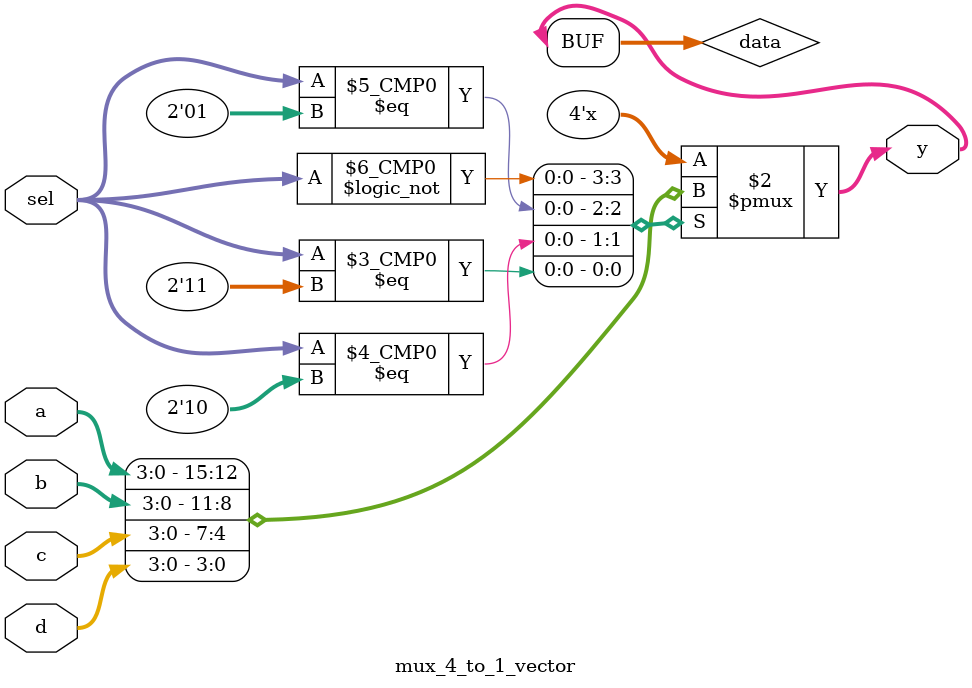
<source format=v>
`timescale 1ns / 1ps
module mux_4_to_1_vector#(parameter SIZE = 4 , DELAY = 3)(
    input wire [SIZE-1:0] a,
    input wire [SIZE-1:0] b,
    input wire [SIZE-1:0] c,
    input wire [SIZE-1:0] d,
    input wire [1:0] sel,
    output wire [SIZE-1:0] y
    );
    reg [SIZE-1:0] data;
    
    always @(*) begin
        case(sel)
            2'b00 : data[SIZE-1:0] <= a[SIZE-1:0] ;
            2'b01 : data[SIZE-1:0] <= b[SIZE-1:0] ;
            2'b10 : data[SIZE-1:0] <= c[SIZE-1:0] ;
            2'b11 : data[SIZE-1:0] <= d[SIZE-1:0] ;
            default : data[SIZE-1:0] <= a[SIZE-1:0] ;
        endcase
    end
    
    assign #DELAY y[SIZE-1:0] = data[SIZE-1:0] ;
        
endmodule

</source>
